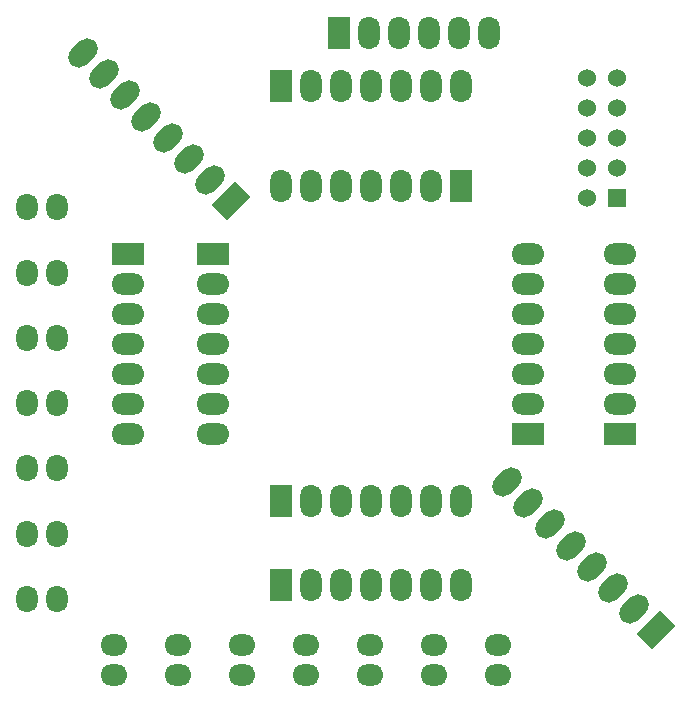
<source format=gtl>
%FSLAX24Y24*%
%MOIN*%
G70*
G01*
G75*
G04 Layer_Physical_Order=1*
G04 Layer_Color=255*
%ADD10R,0.0720X0.1100*%
%ADD11O,0.0720X0.1100*%
%ADD12R,0.1100X0.0720*%
%ADD13O,0.1100X0.0720*%
%ADD14O,0.0900X0.0720*%
%ADD15O,0.0720X0.0900*%
G04:AMPARAMS|DCode=16|XSize=70.9mil|YSize=110.2mil|CornerRadius=0mil|HoleSize=0mil|Usage=FLASHONLY|Rotation=135.000|XOffset=0mil|YOffset=0mil|HoleType=Round|Shape=Rectangle|*
%AMROTATEDRECTD16*
4,1,4,0.0640,0.0139,-0.0139,-0.0640,-0.0640,-0.0139,0.0139,0.0640,0.0640,0.0139,0.0*
%
%ADD16ROTATEDRECTD16*%

G04:AMPARAMS|DCode=17|XSize=70.9mil|YSize=110.2mil|CornerRadius=0mil|HoleSize=0mil|Usage=FLASHONLY|Rotation=135.000|XOffset=0mil|YOffset=0mil|HoleType=Round|Shape=Round|*
%AMOVALD17*
21,1,0.0394,0.0709,0.0000,0.0000,225.0*
1,1,0.0709,0.0139,0.0139*
1,1,0.0709,-0.0139,-0.0139*
%
%ADD17OVALD17*%

%ADD18R,0.0600X0.0600*%
%ADD19C,0.0600*%
D10*
X35350Y29450D02*
D03*
Y26650D02*
D03*
Y43300D02*
D03*
X37300Y45050D02*
D03*
X41350Y39950D02*
D03*
D11*
X37350Y29450D02*
D03*
X36350D02*
D03*
X38350D02*
D03*
X39350D02*
D03*
X40350D02*
D03*
X41350D02*
D03*
Y26650D02*
D03*
X40350D02*
D03*
X39350D02*
D03*
X38350D02*
D03*
X36350D02*
D03*
X37350D02*
D03*
X41350Y43300D02*
D03*
X40350D02*
D03*
X39350D02*
D03*
X38350D02*
D03*
X36350D02*
D03*
X37350D02*
D03*
X38300Y45050D02*
D03*
X39300D02*
D03*
X40300D02*
D03*
X41300D02*
D03*
X42300D02*
D03*
X39350Y39950D02*
D03*
X40350D02*
D03*
X38350D02*
D03*
X37350D02*
D03*
X36350D02*
D03*
X35350D02*
D03*
D12*
X33100Y37700D02*
D03*
X43600Y31700D02*
D03*
X30250Y37700D02*
D03*
X46650Y31700D02*
D03*
D13*
X33100Y35700D02*
D03*
Y36700D02*
D03*
Y34700D02*
D03*
Y33700D02*
D03*
Y32700D02*
D03*
Y31700D02*
D03*
X43600Y33700D02*
D03*
Y32700D02*
D03*
Y34700D02*
D03*
Y35700D02*
D03*
Y36700D02*
D03*
Y37700D02*
D03*
X30250Y31700D02*
D03*
Y32700D02*
D03*
Y33700D02*
D03*
Y34700D02*
D03*
Y36700D02*
D03*
Y35700D02*
D03*
X46650Y37700D02*
D03*
Y36700D02*
D03*
Y35700D02*
D03*
Y34700D02*
D03*
Y32700D02*
D03*
Y33700D02*
D03*
D14*
X40467Y24650D02*
D03*
Y23650D02*
D03*
X38333Y24650D02*
D03*
Y23650D02*
D03*
X36200Y24650D02*
D03*
Y23650D02*
D03*
X34067Y24650D02*
D03*
Y23650D02*
D03*
X31933Y24650D02*
D03*
Y23650D02*
D03*
X29800Y24650D02*
D03*
Y23650D02*
D03*
X42600Y24650D02*
D03*
Y23650D02*
D03*
D15*
X27900Y26200D02*
D03*
X26900D02*
D03*
X27900Y28375D02*
D03*
X26900D02*
D03*
X27900Y30550D02*
D03*
X26900D02*
D03*
X27900Y32725D02*
D03*
X26900D02*
D03*
X27900Y34900D02*
D03*
X26900D02*
D03*
X27900Y37075D02*
D03*
X26900D02*
D03*
X27900Y39250D02*
D03*
X26900D02*
D03*
D16*
X33700Y39450D02*
D03*
X47850Y25150D02*
D03*
D17*
X28750Y44400D02*
D03*
X32987Y40152D02*
D03*
X32286Y40864D02*
D03*
X31579Y41571D02*
D03*
X30872Y42278D02*
D03*
X30164Y42986D02*
D03*
X29457Y43693D02*
D03*
X42900Y30100D02*
D03*
X47137Y25852D02*
D03*
X46436Y26564D02*
D03*
X45729Y27271D02*
D03*
X45022Y27978D02*
D03*
X44314Y28686D02*
D03*
X43607Y29393D02*
D03*
D18*
X46550Y39550D02*
D03*
D19*
Y40550D02*
D03*
Y41550D02*
D03*
Y42550D02*
D03*
Y43550D02*
D03*
X45550Y39550D02*
D03*
Y40550D02*
D03*
Y41550D02*
D03*
Y42550D02*
D03*
Y43550D02*
D03*
M02*

</source>
